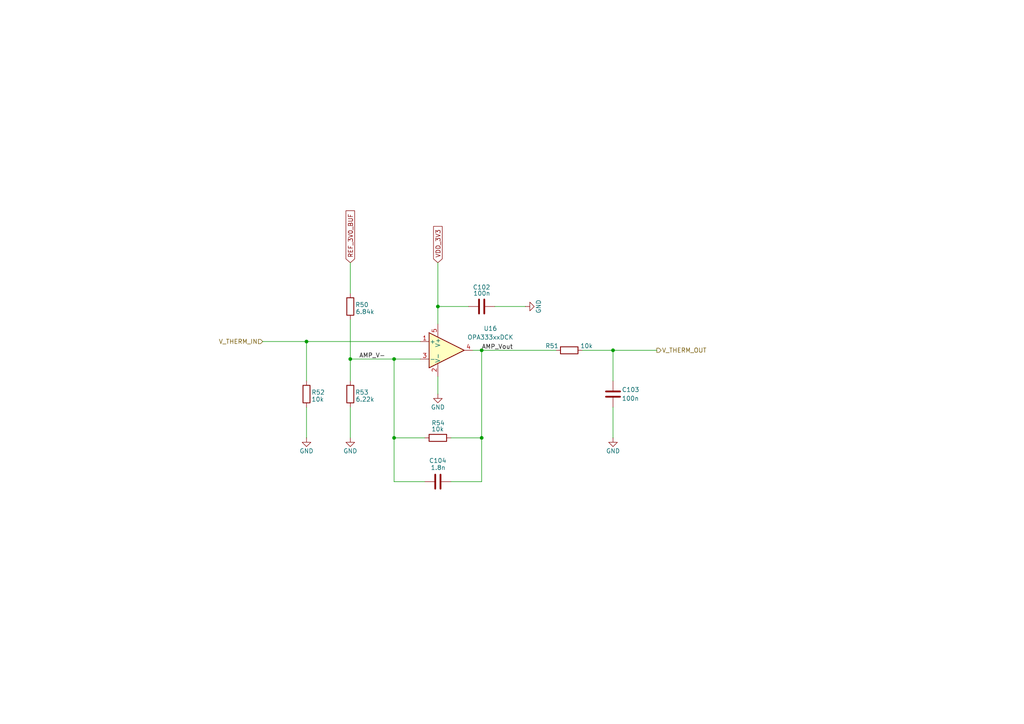
<source format=kicad_sch>
(kicad_sch (version 20231120) (generator "eeschema") (generator_version "8.0")
  (paper "A4")
  (title_block (title "Open MOtor DRiver Initiative  - Single Axis (OMODRI_SA)") (date "2025-03-07") (rev "1.0") (company "LAAS/CNRS"))
  (lib_symbols
    (symbol "Amplifier_Operational:OPA333xxDCK" (pin_names (offset 0.127))
      (property "Reference" "U" (at 0 5.08 0))
      (property "Value" "OPA333xxDCK" (at 0 -5.08 0))
      (symbol "OPA333xxDCK_0_1"
        (polyline (pts (xy -5.08 5.08) (xy 5.08 0) (xy -5.08 -5.08) (xy -5.08 5.08)) (stroke (width 0.254)) (fill (type background)))
        (pin power_in line (at -2.54 -7.62 90) (length 3.81) (name "V-") (number "2"))
        (pin power_in line (at -2.54 7.62 270) (length 3.81) (name "V+") (number "5"))
      )
      (symbol "OPA333xxDCK_1_1"
        (pin input line (at -7.62 2.54 0) (length 2.54) (name "+") (number "1"))
        (pin input line (at -7.62 -2.54 0) (length 2.54) (name "-") (number "3"))
        (pin output line (at 7.62 0 180) (length 2.54) (name "~") (number "4"))
      )
    )
    (symbol "Device:C" (pin_numbers hide) (pin_names (offset 0.254))
      (property "Reference" "C" (at 0.635 2.54 0))
      (property "Value" "C" (at 0.635 -2.54 0))
      (symbol "C_0_1"
        (polyline (pts (xy -2.032 -0.762) (xy 2.032 -0.762)) (stroke (width 0.508)))
        (polyline (pts (xy -2.032 0.762) (xy 2.032 0.762)) (stroke (width 0.508)))
      )
      (symbol "C_1_1"
        (pin passive line (at 0 3.81 270) (length 2.794) (name "~") (number "1"))
        (pin passive line (at 0 -3.81 90) (length 2.794) (name "~") (number "2"))
      )
    )
    (symbol "Device:R" (pin_numbers hide) (pin_names (offset 0))
      (property "Reference" "R" (at 2.032 0 90))
      (property "Value" "R" (at 0 0 90))
      (symbol "R_0_1"
        (rectangle (start -1.016 -2.54) (end 1.016 2.54) (stroke (width 0.254)))
      )
      (symbol "R_1_1"
        (pin passive line (at 0 3.81 270) (length 1.27) (name "~") (number "1"))
        (pin passive line (at 0 -3.81 90) (length 1.27) (name "~") (number "2"))
      )
    )
    (symbol "power:GND" (power) (pin_numbers hide) (pin_names (offset 0) hide)
      (property "Value" "GND" (at 0 -3.81 0))
      (symbol "GND_0_1"
        (polyline (pts (xy 0 0) (xy 0 -1.27) (xy 1.27 -1.27) (xy 0 -2.54) (xy -1.27 -1.27) (xy 0 -1.27)))
      )
      (symbol "GND_1_1"
        (pin power_in line (at 0 0 270) (length 0) (name "~") (number "1"))
      )
    )
  )
  (junction (at 114.3 127))
  (junction (at 88.9 99.06))
  (junction (at 127 88.9))
  (junction (at 139.7 127))
  (junction (at 177.8 101.6))
  (junction (at 114.3 104.14))
  (junction (at 139.7 101.6))
  (junction (at 101.6 104.14))
  (wire (pts (xy 123.19 139.7) (xy 114.3 139.7)))
  (wire (pts (xy 127 88.9) (xy 135.89 88.9)))
  (wire (pts (xy 101.6 118.11) (xy 101.6 127)))
  (wire (pts (xy 127 88.9) (xy 127 93.98)))
  (wire (pts (xy 139.7 139.7) (xy 139.7 127)))
  (wire (pts (xy 168.91 101.6) (xy 177.8 101.6)))
  (wire (pts (xy 88.9 99.06) (xy 88.9 110.49)))
  (wire (pts (xy 139.7 101.6) (xy 137.16 101.6)))
  (wire (pts (xy 143.51 88.9) (xy 152.4 88.9)))
  (wire (pts (xy 88.9 127) (xy 88.9 118.11)))
  (wire (pts (xy 121.92 104.14) (xy 114.3 104.14)))
  (wire (pts (xy 130.81 127) (xy 139.7 127)))
  (wire (pts (xy 139.7 101.6) (xy 161.29 101.6)))
  (wire (pts (xy 114.3 127) (xy 123.19 127)))
  (wire (pts (xy 88.9 99.06) (xy 121.92 99.06)))
  (wire (pts (xy 114.3 139.7) (xy 114.3 127)))
  (wire (pts (xy 139.7 127) (xy 139.7 101.6)))
  (wire (pts (xy 101.6 104.14) (xy 101.6 110.49)))
  (wire (pts (xy 177.8 101.6) (xy 190.5 101.6)))
  (wire (pts (xy 127 109.22) (xy 127 114.3)))
  (wire (pts (xy 88.9 99.06) (xy 76.2 99.06)))
  (wire (pts (xy 114.3 104.14) (xy 114.3 127)))
  (wire (pts (xy 177.8 101.6) (xy 177.8 110.49)))
  (wire (pts (xy 130.81 139.7) (xy 139.7 139.7)))
  (wire (pts (xy 177.8 118.11) (xy 177.8 127)))
  (wire (pts (xy 127 76.2) (xy 127 88.9)))
  (wire (pts (xy 101.6 92.71) (xy 101.6 104.14)))
  (wire (pts (xy 101.6 76.2) (xy 101.6 85.09)))
  (wire (pts (xy 101.6 104.14) (xy 114.3 104.14)))
  (label "AMP_V-" (at 104.14 104.14 0))
  (label "AMP_Vout" (at 139.7 101.6 0))
  (global_label "REF_3V0_BUF" (shape input) (at 101.6 76.2 90) (property "Intersheetrefs" "${INTERSHEET_REFS}" (effects (hide yes))) (property "Références Inter-Feuilles" "${INTERSHEET_REFS}" (effects (hide yes))))
  (global_label "VDD_3V3" (shape input) (at 127 76.2 90) (property "Intersheetrefs" "${INTERSHEET_REFS}" (effects (hide yes))))
  (hierarchical_label "V_THERM_OUT" (shape output) (at 190.5 101.6 0))
  (hierarchical_label "V_THERM_IN" (shape input) (at 76.2 99.06 180))
  (symbol (lib_id "Device:R") (at 101.6 114.3 180) (unit 1)
    (property "Reference" "R53" (at 106.934 113.792 0) (effects (justify left)))
    (property "Value" "6.22k" (at 103.124 115.824 0) (effects (justify right)))
    (property "Footprint" "Resistor_SMD:R_0201_0603Metric" (effects (hide yes)))
    (property "Datasheet" "https://industrial.panasonic.com/sa/products/pt/general-purpose-chip-resistors/models/ERJ1GNF1002C" (effects (hide yes)))
    (property "Part No" "ERJ1GNF1002C" (effects (hide yes)))
    (property "Manufacturer" "PANASONIC" (effects (hide yes)))
    (property "Assembling" "SMD" (effects (hide yes)))
  )
  (symbol (lib_id "power:GND") (at 152.4 88.9 90) (unit 1)
    (property "Reference" "#PWR0151" (effects (hide yes)))
    (property "Value" "GND" (at 156.21 88.9 0))
    (property "Description" "Power symbol creates a global label with name \"GND\" , ground" (effects (hide yes)))
  )
  (symbol (lib_id "Device:R") (at 127 127 90) (unit 1)
    (property "Reference" "R54" (at 129.032 122.682 90) (effects (justify left)))
    (property "Value" "10k" (at 128.778 124.46 90) (effects (justify left)))
    (property "Footprint" "Resistor_SMD:R_0201_0603Metric" (effects (hide yes)))
    (property "Datasheet" "https://industrial.panasonic.com/sa/products/pt/general-purpose-chip-resistors/models/ERJ1GNF1002C" (effects (hide yes)))
    (property "Description" "0201, 10kΩ, 0.05W, ±1%, SMD  resistor" (effects (hide yes)))
    (property "DigiKey" "P122414CT-ND" (effects (hide yes)))
    (property "Farnell" "2302362" (effects (hide yes)))
    (property "Mouser" "667-ERJ-1GNF1002C" (effects (hide yes)))
    (property "Part No" "ERJ1GNF1002C" (effects (hide yes)))
    (property "RS" "176-3597" (effects (hide yes)))
    (property "LCSC" "C717002" (effects (hide yes)))
    (property "Manufacturer" "PANASONIC" (effects (hide yes)))
    (property "Assembling" "SMD" (effects (hide yes)))
  )
  (symbol (lib_id "Device:R") (at 165.1 101.6 90) (unit 1)
    (property "Reference" "R51" (at 162.052 100.33 90) (effects (justify left)))
    (property "Value" "10k" (at 171.958 100.33 90) (effects (justify left)))
    (property "Footprint" "Resistor_SMD:R_0201_0603Metric" (effects (hide yes)))
    (property "Datasheet" "https://industrial.panasonic.com/sa/products/pt/general-purpose-chip-resistors/models/ERJ1GNF1002C" (effects (hide yes)))
    (property "Description" "0201, 10kΩ, 0.05W, ±1%, SMD  resistor" (effects (hide yes)))
    (property "DigiKey" "P122414CT-ND" (effects (hide yes)))
    (property "Farnell" "2302362" (effects (hide yes)))
    (property "Mouser" "667-ERJ-1GNF1002C" (effects (hide yes)))
    (property "Part No" "ERJ1GNF1002C" (effects (hide yes)))
    (property "RS" "176-3597" (effects (hide yes)))
    (property "LCSC" "C717002" (effects (hide yes)))
    (property "Manufacturer" "PANASONIC" (effects (hide yes)))
    (property "Assembling" "SMD" (effects (hide yes)))
  )
  (symbol (lib_id "power:GND") (at 177.8 127 0) (unit 1)
    (property "Reference" "#PWR0155" (effects (hide yes)))
    (property "Value" "GND" (at 177.8 130.81 0))
    (property "Description" "Power symbol creates a global label with name \"GND\" , ground" (effects (hide yes)))
  )
  (symbol (lib_id "Device:C") (at 139.7 88.9 90) (unit 1)
    (property "Reference" "C102" (at 142.24 83.312 90) (effects (justify left)))
    (property "Value" "100n" (at 142.24 85.09 90) (effects (justify left)))
    (property "Footprint" "Capacitor_SMD:C_0201_0603Metric" (effects (hide yes)))
    (property "Datasheet" "https://www.murata.com/en-eu/products/productdetail?partno=GRM033R61E104KE14%23" (effects (hide yes)))
    (property "Description" "0201, 100nf, 25V,  ±10%, X5R, SMD MLCC" (effects (hide yes)))
    (property "DigiKey" "490-12686-1-ND" (effects (hide yes)))
    (property "Farnell" "2990693" (effects (hide yes)))
    (property "Mouser" "81-GRM033R61E104KE4D" (effects (hide yes)))
    (property "Part No" "GRM033R61E104KE14D" (effects (hide yes)))
    (property "RS" "185-2066" (effects (hide yes)))
    (property "LCSC" "C76939" (effects (hide yes)))
    (property "Manufacturer" "MURATA" (effects (hide yes)))
    (property "Assembling" "SMD" (effects (hide yes)))
  )
  (symbol (lib_id "Device:R") (at 101.6 88.9 180) (unit 1)
    (property "Reference" "R50" (at 106.934 88.392 0) (effects (justify left)))
    (property "Value" "6.84k" (at 103.124 90.424 0) (effects (justify right)))
    (property "Footprint" "Resistor_SMD:R_0201_0603Metric" (effects (hide yes)))
    (property "Datasheet" "https://industrial.panasonic.com/sa/products/pt/general-purpose-chip-resistors/models/ERJ1GNF1002C" (effects (hide yes)))
    (property "Part No" "ERJ1GNF1002C" (effects (hide yes)))
    (property "Manufacturer" "PANASONIC" (effects (hide yes)))
    (property "Assembling" "SMD" (effects (hide yes)))
  )
  (symbol (lib_id "power:GND") (at 127 114.3 0) (unit 1)
    (property "Reference" "#PWR0152" (effects (hide yes)))
    (property "Value" "GND" (at 127 118.11 0))
    (property "Description" "Power symbol creates a global label with name \"GND\" , ground" (effects (hide yes)))
  )
  (symbol (lib_id "Device:R") (at 88.9 114.3 180) (unit 1)
    (property "Reference" "R52" (at 94.234 113.792 0) (effects (justify left)))
    (property "Value" "10k" (at 93.98 115.824 0) (effects (justify left)))
    (property "Footprint" "Resistor_SMD:R_0201_0603Metric" (effects (hide yes)))
    (property "Datasheet" "https://industrial.panasonic.com/sa/products/pt/general-purpose-chip-resistors/models/ERJ1GNF1002C" (effects (hide yes)))
    (property "Description" "0201, 10kΩ, 0.05W, ±1%, SMD  resistor" (effects (hide yes)))
    (property "DigiKey" "P122414CT-ND" (effects (hide yes)))
    (property "Farnell" "2302362" (effects (hide yes)))
    (property "Mouser" "667-ERJ-1GNF1002C" (effects (hide yes)))
    (property "Part No" "ERJ1GNF1002C" (effects (hide yes)))
    (property "RS" "176-3597" (effects (hide yes)))
    (property "LCSC" "C717002" (effects (hide yes)))
    (property "Manufacturer" "PANASONIC" (effects (hide yes)))
    (property "Assembling" "SMD" (effects (hide yes)))
  )
  (symbol (lib_id "power:GND") (at 101.6 127 0) (unit 1)
    (property "Reference" "#PWR0154" (effects (hide yes)))
    (property "Value" "GND" (at 101.6 130.81 0))
    (property "Description" "Power symbol creates a global label with name \"GND\" , ground" (effects (hide yes)))
  )
  (symbol (lib_id "Device:C") (at 177.8 114.3 0) (unit 1)
    (property "Reference" "C103" (at 180.34 113.03 0) (effects (justify left)))
    (property "Value" "100n" (at 180.34 115.57 0) (effects (justify left)))
    (property "Footprint" "Capacitor_SMD:C_0201_0603Metric" (effects (hide yes)))
    (property "Datasheet" "https://www.murata.com/en-eu/products/productdetail?partno=GRM033R61E104KE14%23" (effects (hide yes)))
    (property "Description" "0201, 100nf, 25V,  ±10%, X5R, SMD MLCC" (effects (hide yes)))
    (property "DigiKey" "490-12686-1-ND" (effects (hide yes)))
    (property "Farnell" "2990693" (effects (hide yes)))
    (property "Mouser" "81-GRM033R61E104KE4D" (effects (hide yes)))
    (property "Part No" "GRM033R61E104KE14D" (effects (hide yes)))
    (property "RS" "185-2066" (effects (hide yes)))
    (property "LCSC" "C76939" (effects (hide yes)))
    (property "Manufacturer" "MURATA" (effects (hide yes)))
    (property "Assembling" "SMD" (effects (hide yes)))
  )
  (symbol (lib_id "power:GND") (at 88.9 127 0) (unit 1)
    (property "Reference" "#PWR0153" (effects (hide yes)))
    (property "Value" "GND" (at 88.9 130.81 0))
    (property "Description" "Power symbol creates a global label with name \"GND\" , ground" (effects (hide yes)))
  )
  (symbol (lib_id "Device:C") (at 127 139.7 90) (unit 1)
    (property "Reference" "C104" (at 129.54 133.604 90) (effects (justify left)))
    (property "Value" "1.8n" (at 129.286 135.636 90) (effects (justify left)))
    (property "Footprint" "Capacitor_SMD:C_0201_0603Metric" (effects (hide yes)))
    (property "Datasheet" "https://www.murata.com/en-eu/products/productdetail?partno=GRM033R71E182KA12%23" (effects (hide yes)))
    (property "Description" "0201, 1800pF, 25V, ±10%, X7R, SMD MLCC" (effects (hide yes)))
    (property "DigiKey" "490-GRM033R71E182KA12DTR-ND" (effects (hide yes)))
    (property "Farnell" "2999522" (effects (hide yes)))
    (property "Mouser" "81-GRM033R71E182KA2D" (effects (hide yes)))
    (property "Part No" "GRM033R71E182KA12D" (effects (hide yes)))
    (property "LCSC" "C237560" (effects (hide yes)))
    (property "Manufacturer" "MURATA" (effects (hide yes)))
    (property "Assembling" "SMD" (effects (hide yes)))
  )
  (symbol (lib_id "Amplifier_Operational:OPA333xxDCK") (at 129.54 101.6 0) (unit 1)
    (property "Reference" "U16" (at 142.24 95.2814 0))
    (property "Value" "OPA333xxDCK" (at 142.24 97.8214 0))
    (property "Footprint" "Package_TO_SOT_SMD:SOT-353_SC-70-5" (effects (hide yes)))
    (property "Datasheet" "http://www.ti.com/lit/ds/symlink/opa333.pdf" (effects (hide yes)))
    (property "Description" "SC-70-5, Single 1.8V, microPower, CMOS Operational Amplifiers, Zero-Drift Series, SC-70-5" (effects (hide yes)))
    (property "Manufacturer" "TEXAS INSTRUMENTS" (effects (hide yes)))
    (property "DigiKey" "296-19547-1-ND" (effects (hide yes)))
    (property "Farnell" "3117524" (effects (hide yes)))
    (property "LCSC" "  C44193" (effects (hide yes)))
    (property "Mouser" "595-OPA333AIDCKR" (effects (hide yes)))
    (property "Part No" "OPA333AIDCKR" (effects (hide yes)))
    (property "RS" "660-9782" (effects (hide yes)))
    (property "Assembling" "SMD" (effects (hide yes)))
  )
)
</source>
